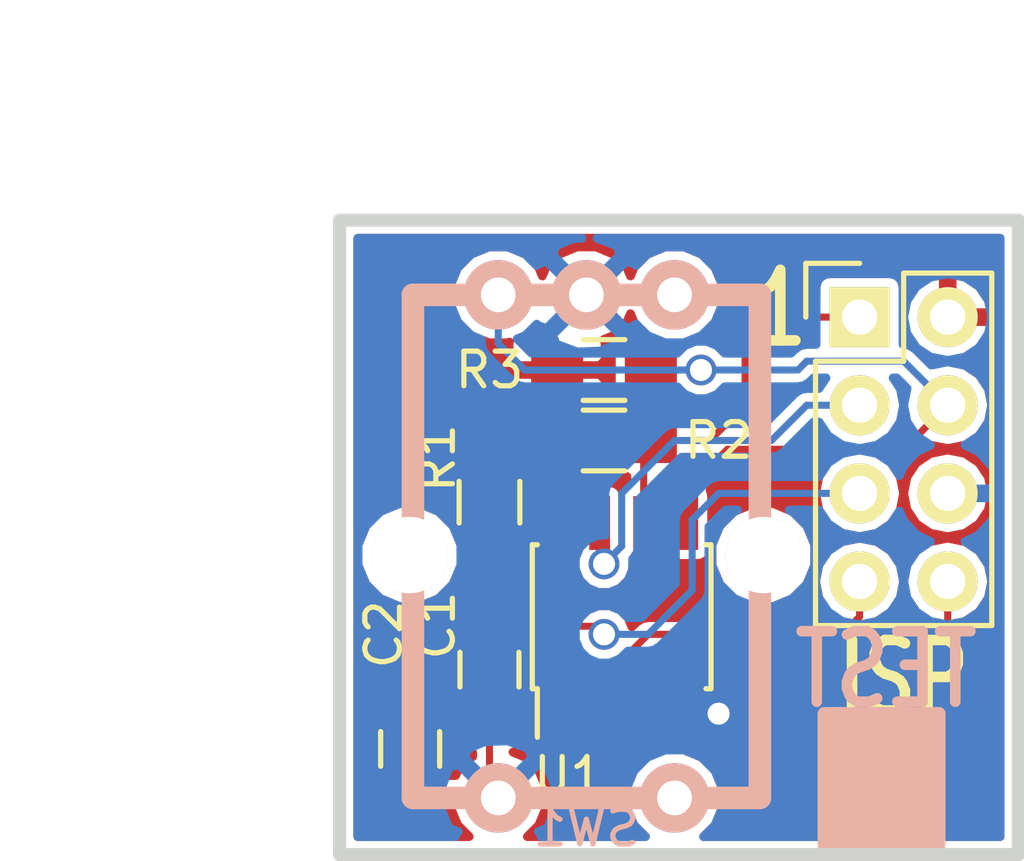
<source format=kicad_pcb>
(kicad_pcb (version 4) (host pcbnew 4.0.1-stable)

  (general
    (links 23)
    (no_connects 0)
    (area -8.926286 -5.7912 20.148334 19.281)
    (thickness 1.6002)
    (drawings 45)
    (tracks 66)
    (zones 0)
    (modules 8)
    (nets 9)
  )

  (page A)
  (title_block
    (date "28 mar 2015")
    (rev X1)
  )

  (layers
    (0 Front signal)
    (31 Back signal)
    (36 B.SilkS user)
    (37 F.SilkS user)
    (38 B.Mask user)
    (39 F.Mask user)
    (40 Dwgs.User user)
    (44 Edge.Cuts user)
  )

  (setup
    (last_trace_width 0.2032)
    (user_trace_width 0.254)
    (user_trace_width 0.635)
    (trace_clearance 0.254)
    (zone_clearance 0.2032)
    (zone_45_only no)
    (trace_min 0.2032)
    (segment_width 0.381)
    (edge_width 0.381)
    (via_size 0.889)
    (via_drill 0.635)
    (via_min_size 0.889)
    (via_min_drill 0.508)
    (uvia_size 0.508)
    (uvia_drill 0.127)
    (uvias_allowed no)
    (uvia_min_size 0.508)
    (uvia_min_drill 0.127)
    (pcb_text_width 0.3048)
    (pcb_text_size 1.524 2.032)
    (mod_edge_width 0.381)
    (mod_text_size 1.524 1.524)
    (mod_text_width 0.3048)
    (pad_size 6.35 6.35)
    (pad_drill 3.175)
    (pad_to_mask_clearance 0.1524)
    (aux_axis_origin 0 0)
    (visible_elements 7FFFFF7F)
    (pcbplotparams
      (layerselection 0x010f0_80000001)
      (usegerberextensions true)
      (excludeedgelayer true)
      (linewidth 0.150000)
      (plotframeref false)
      (viasonmask false)
      (mode 1)
      (useauxorigin false)
      (hpglpennumber 1)
      (hpglpenspeed 20)
      (hpglpendiameter 15)
      (hpglpenoverlay 0)
      (psnegative false)
      (psa4output false)
      (plotreference true)
      (plotvalue false)
      (plotinvisibletext false)
      (padsonsilk false)
      (subtractmaskfromsilk false)
      (outputformat 1)
      (mirror false)
      (drillshape 0)
      (scaleselection 1)
      (outputdirectory plots/))
  )

  (net 0 "")
  (net 1 /D0)
  (net 2 /D1)
  (net 3 /D2)
  (net 4 /RST*)
  (net 5 GND)
  (net 6 VCC)
  (net 7 /D3)
  (net 8 /D4)

  (net_class Default "This is the default net class."
    (clearance 0.254)
    (trace_width 0.2032)
    (via_dia 0.889)
    (via_drill 0.635)
    (uvia_dia 0.508)
    (uvia_drill 0.127)
    (add_net /D0)
    (add_net /D1)
    (add_net /D2)
    (add_net /D3)
    (add_net /D4)
    (add_net /RST*)
    (add_net GND)
    (add_net VCC)
  )

  (net_class POWER ""
    (clearance 0.254)
    (trace_width 0.635)
    (via_dia 0.889)
    (via_drill 0.635)
    (uvia_dia 0.508)
    (uvia_drill 0.127)
  )

  (module Capacitors_SMD:C_0805_HandSoldering (layer Front) (tedit 56BFDBCC) (tstamp 56BFE7FF)
    (at 4.318 12.954 270)
    (descr "Capacitor SMD 0805, hand soldering")
    (tags "capacitor 0805")
    (path /5030EFB9)
    (attr smd)
    (fp_text reference C1 (at -1.27 1.524 270) (layer F.SilkS)
      (effects (font (size 1 1) (thickness 0.15)))
    )
    (fp_text value 0.1uF (at 3.188 -0.046 270) (layer F.Fab) hide
      (effects (font (size 1 1) (thickness 0.15)))
    )
    (fp_line (start -2.3 -1) (end 2.3 -1) (layer F.CrtYd) (width 0.05))
    (fp_line (start -2.3 1) (end 2.3 1) (layer F.CrtYd) (width 0.05))
    (fp_line (start -2.3 -1) (end -2.3 1) (layer F.CrtYd) (width 0.05))
    (fp_line (start 2.3 -1) (end 2.3 1) (layer F.CrtYd) (width 0.05))
    (fp_line (start 0.5 -0.85) (end -0.5 -0.85) (layer F.SilkS) (width 0.15))
    (fp_line (start -0.5 0.85) (end 0.5 0.85) (layer F.SilkS) (width 0.15))
    (pad 1 smd rect (at -1.25 0 270) (size 1.5 1.25) (layers Front F.Mask)
      (net 4 /RST*))
    (pad 2 smd rect (at 1.25 0 270) (size 1.5 1.25) (layers Front F.Mask)
      (net 5 GND))
    (model Capacitors_SMD.3dshapes/C_0805_HandSoldering.wrl
      (at (xyz 0 0 0))
      (scale (xyz 1 1 1))
      (rotate (xyz 0 0 0))
    )
  )

  (module Resistors_SMD:R_0805_HandSoldering (layer Front) (tedit 56BFD916) (tstamp 56BFE80A)
    (at 4.318 8.128 270)
    (descr "Resistor SMD 0805, hand soldering")
    (tags "resistor 0805")
    (path /5030EFB3)
    (attr smd)
    (fp_text reference R1 (at -1.27 1.524 270) (layer F.SilkS)
      (effects (font (size 1 1) (thickness 0.15)))
    )
    (fp_text value 10K (at 0 2.1 270) (layer F.Fab) hide
      (effects (font (size 1 1) (thickness 0.15)))
    )
    (fp_line (start -2.4 -1) (end 2.4 -1) (layer F.CrtYd) (width 0.05))
    (fp_line (start -2.4 1) (end 2.4 1) (layer F.CrtYd) (width 0.05))
    (fp_line (start -2.4 -1) (end -2.4 1) (layer F.CrtYd) (width 0.05))
    (fp_line (start 2.4 -1) (end 2.4 1) (layer F.CrtYd) (width 0.05))
    (fp_line (start 0.6 0.875) (end -0.6 0.875) (layer F.SilkS) (width 0.15))
    (fp_line (start -0.6 -0.875) (end 0.6 -0.875) (layer F.SilkS) (width 0.15))
    (pad 1 smd rect (at -1.35 0 270) (size 1.5 1.3) (layers Front F.Mask)
      (net 6 VCC))
    (pad 2 smd rect (at 1.35 0 270) (size 1.5 1.3) (layers Front F.Mask)
      (net 4 /RST*))
    (model Resistors_SMD.3dshapes/R_0805_HandSoldering.wrl
      (at (xyz 0 0 0))
      (scale (xyz 1 1 1))
      (rotate (xyz 0 0 0))
    )
  )

  (module Resistors_SMD:R_0805_HandSoldering (layer Front) (tedit 56BFD905) (tstamp 56BFE820)
    (at 7.62 6.35)
    (descr "Resistor SMD 0805, hand soldering")
    (tags "resistor 0805")
    (path /56BFD513)
    (attr smd)
    (fp_text reference R2 (at 3.302 0) (layer F.SilkS)
      (effects (font (size 1 1) (thickness 0.15)))
    )
    (fp_text value 10K (at 0 2.1) (layer F.Fab) hide
      (effects (font (size 1 1) (thickness 0.15)))
    )
    (fp_line (start -2.4 -1) (end 2.4 -1) (layer F.CrtYd) (width 0.05))
    (fp_line (start -2.4 1) (end 2.4 1) (layer F.CrtYd) (width 0.05))
    (fp_line (start -2.4 -1) (end -2.4 1) (layer F.CrtYd) (width 0.05))
    (fp_line (start 2.4 -1) (end 2.4 1) (layer F.CrtYd) (width 0.05))
    (fp_line (start 0.6 0.875) (end -0.6 0.875) (layer F.SilkS) (width 0.15))
    (fp_line (start -0.6 -0.875) (end 0.6 -0.875) (layer F.SilkS) (width 0.15))
    (pad 1 smd rect (at -1.35 0) (size 1.5 1.3) (layers Front F.Mask)
      (net 6 VCC))
    (pad 2 smd rect (at 1.35 0) (size 1.5 1.3) (layers Front F.Mask)
      (net 2 /D1))
    (model Resistors_SMD.3dshapes/R_0805_HandSoldering.wrl
      (at (xyz 0 0 0))
      (scale (xyz 1 1 1))
      (rotate (xyz 0 0 0))
    )
  )

  (module Resistors_SMD:R_0805_HandSoldering (layer Front) (tedit 56BFD932) (tstamp 56BFE82C)
    (at 7.62 4.318)
    (descr "Resistor SMD 0805, hand soldering")
    (tags "resistor 0805")
    (path /56BFD4B7)
    (attr smd)
    (fp_text reference R3 (at -3.302 0) (layer F.SilkS)
      (effects (font (size 1 1) (thickness 0.15)))
    )
    (fp_text value 10K (at 0 2.1) (layer F.Fab) hide
      (effects (font (size 1 1) (thickness 0.15)))
    )
    (fp_line (start -2.4 -1) (end 2.4 -1) (layer F.CrtYd) (width 0.05))
    (fp_line (start -2.4 1) (end 2.4 1) (layer F.CrtYd) (width 0.05))
    (fp_line (start -2.4 -1) (end -2.4 1) (layer F.CrtYd) (width 0.05))
    (fp_line (start 2.4 -1) (end 2.4 1) (layer F.CrtYd) (width 0.05))
    (fp_line (start 0.6 0.875) (end -0.6 0.875) (layer F.SilkS) (width 0.15))
    (fp_line (start -0.6 -0.875) (end 0.6 -0.875) (layer F.SilkS) (width 0.15))
    (pad 1 smd rect (at -1.35 0) (size 1.5 1.3) (layers Front F.Mask)
      (net 6 VCC))
    (pad 2 smd rect (at 1.35 0) (size 1.5 1.3) (layers Front F.Mask)
      (net 1 /D0))
    (model Resistors_SMD.3dshapes/R_0805_HandSoldering.wrl
      (at (xyz 0 0 0))
      (scale (xyz 1 1 1))
      (rotate (xyz 0 0 0))
    )
  )

  (module DougsNewMods:ROT-ENC-12MM (layer Back) (tedit 56BFDDF4) (tstamp 56BFE83B)
    (at 7.112 9.652)
    (path /56BFD041)
    (fp_text reference SW1 (at 0 7.874) (layer B.SilkS)
      (effects (font (size 1 1) (thickness 0.15)) (justify mirror))
    )
    (fp_text value ROTARY-ENC (at 0 0.5) (layer B.SilkS) hide
      (effects (font (size 1 1) (thickness 0.15)) (justify mirror))
    )
    (fp_line (start -5 7) (end -5 -7.5) (layer B.SilkS) (width 0.65))
    (fp_line (start -5 -7.5) (end 5 -7.5) (layer B.SilkS) (width 0.65))
    (fp_line (start 5 -7.5) (end 5 7) (layer B.SilkS) (width 0.65))
    (fp_line (start -5 7) (end 5 7) (layer B.SilkS) (width 0.65))
    (pad A thru_hole circle (at -2.54 -7.5) (size 2 2) (drill 1) (layers *.Cu *.Mask B.SilkS)
      (net 1 /D0))
    (pad C thru_hole circle (at 0 -7.5) (size 2 2) (drill 1) (layers *.Cu *.Mask B.SilkS)
      (net 5 GND))
    (pad B thru_hole circle (at 2.54 -7.5) (size 2 2) (drill 1) (layers *.Cu *.Mask B.SilkS)
      (net 2 /D1))
    (pad S1 thru_hole circle (at 2.54 7) (size 2 2) (drill 1) (layers *.Cu *.Mask B.SilkS)
      (net 4 /RST*))
    (pad S2 thru_hole circle (at -2.54 7) (size 2 2) (drill 1) (layers *.Cu *.Mask B.SilkS)
      (net 5 GND))
    (pad "" np_thru_hole circle (at -5.1 0) (size 2.2 2.2) (drill 2.2) (layers *.Cu *.Mask B.SilkS))
    (pad "" np_thru_hole circle (at 5.1 0) (size 2.2 2.2) (drill 2.2) (layers *.Cu *.Mask B.SilkS))
  )

  (module Housings_SOIC:SOIC-8_3.9x4.9mm_Pitch1.27mm (layer Front) (tedit 56BFD403) (tstamp 56BFE83C)
    (at 8.128 11.43 90)
    (descr "8-Lead Plastic Small Outline (SN) - Narrow, 3.90 mm Body [SOIC] (see Microchip Packaging Specification 00000049BS.pdf)")
    (tags "SOIC 1.27")
    (path /5030EBB2)
    (attr smd)
    (fp_text reference U1 (at -4.572 -1.524 180) (layer F.SilkS)
      (effects (font (size 1 1) (thickness 0.15)))
    )
    (fp_text value ATTINY85 (at 0 3.5 90) (layer F.Fab) hide
      (effects (font (size 1 1) (thickness 0.15)))
    )
    (fp_line (start -3.75 -2.75) (end -3.75 2.75) (layer F.CrtYd) (width 0.05))
    (fp_line (start 3.75 -2.75) (end 3.75 2.75) (layer F.CrtYd) (width 0.05))
    (fp_line (start -3.75 -2.75) (end 3.75 -2.75) (layer F.CrtYd) (width 0.05))
    (fp_line (start -3.75 2.75) (end 3.75 2.75) (layer F.CrtYd) (width 0.05))
    (fp_line (start -2.075 -2.575) (end -2.075 -2.43) (layer F.SilkS) (width 0.15))
    (fp_line (start 2.075 -2.575) (end 2.075 -2.43) (layer F.SilkS) (width 0.15))
    (fp_line (start 2.075 2.575) (end 2.075 2.43) (layer F.SilkS) (width 0.15))
    (fp_line (start -2.075 2.575) (end -2.075 2.43) (layer F.SilkS) (width 0.15))
    (fp_line (start -2.075 -2.575) (end 2.075 -2.575) (layer F.SilkS) (width 0.15))
    (fp_line (start -2.075 2.575) (end 2.075 2.575) (layer F.SilkS) (width 0.15))
    (fp_line (start -2.075 -2.43) (end -3.475 -2.43) (layer F.SilkS) (width 0.15))
    (pad 1 smd rect (at -2.7 -1.905 90) (size 1.55 0.6) (layers Front F.Mask)
      (net 4 /RST*))
    (pad 2 smd rect (at -2.7 -0.635 90) (size 1.55 0.6) (layers Front F.Mask)
      (net 7 /D3))
    (pad 3 smd rect (at -2.7 0.635 90) (size 1.55 0.6) (layers Front F.Mask)
      (net 8 /D4))
    (pad 4 smd rect (at -2.7 1.905 90) (size 1.55 0.6) (layers Front F.Mask)
      (net 5 GND))
    (pad 5 smd rect (at 2.7 1.905 90) (size 1.55 0.6) (layers Front F.Mask)
      (net 1 /D0))
    (pad 6 smd rect (at 2.7 0.635 90) (size 1.55 0.6) (layers Front F.Mask)
      (net 2 /D1))
    (pad 7 smd rect (at 2.7 -0.635 90) (size 1.55 0.6) (layers Front F.Mask)
      (net 3 /D2))
    (pad 8 smd rect (at 2.7 -1.905 90) (size 1.55 0.6) (layers Front F.Mask)
      (net 6 VCC))
    (model Housings_SOIC.3dshapes/SOIC-8_3.9x4.9mm_Pitch1.27mm.wrl
      (at (xyz 0 0 0))
      (scale (xyz 1 1 1))
      (rotate (xyz 0 0 0))
    )
  )

  (module Pin_Headers:Pin_Header_Straight_2x04 (layer Front) (tedit 56BFD8E7) (tstamp 56BFF0A2)
    (at 14.986 2.794)
    (descr "Through hole pin header")
    (tags "pin header")
    (path /56BFE0F3)
    (fp_text reference H2 (at 0 -5.1) (layer F.SilkS) hide
      (effects (font (size 1 1) (thickness 0.15)))
    )
    (fp_text value CONN_02X04 (at 0 -3.1) (layer F.Fab) hide
      (effects (font (size 1 1) (thickness 0.15)))
    )
    (fp_line (start -1.75 -1.75) (end -1.75 9.4) (layer F.CrtYd) (width 0.05))
    (fp_line (start 4.3 -1.75) (end 4.3 9.4) (layer F.CrtYd) (width 0.05))
    (fp_line (start -1.75 -1.75) (end 4.3 -1.75) (layer F.CrtYd) (width 0.05))
    (fp_line (start -1.75 9.4) (end 4.3 9.4) (layer F.CrtYd) (width 0.05))
    (fp_line (start -1.27 1.27) (end -1.27 8.89) (layer F.SilkS) (width 0.15))
    (fp_line (start -1.27 8.89) (end 3.81 8.89) (layer F.SilkS) (width 0.15))
    (fp_line (start 3.81 8.89) (end 3.81 -1.27) (layer F.SilkS) (width 0.15))
    (fp_line (start 3.81 -1.27) (end 1.27 -1.27) (layer F.SilkS) (width 0.15))
    (fp_line (start 0 -1.55) (end -1.55 -1.55) (layer F.SilkS) (width 0.15))
    (fp_line (start 1.27 -1.27) (end 1.27 1.27) (layer F.SilkS) (width 0.15))
    (fp_line (start 1.27 1.27) (end -1.27 1.27) (layer F.SilkS) (width 0.15))
    (fp_line (start -1.55 -1.55) (end -1.55 0) (layer F.SilkS) (width 0.15))
    (pad 1 thru_hole rect (at 0 0) (size 1.7272 1.7272) (drill 1.016) (layers *.Cu *.Mask F.SilkS)
      (net 2 /D1))
    (pad 2 thru_hole oval (at 2.54 0) (size 1.7272 1.7272) (drill 1.016) (layers *.Cu *.Mask F.SilkS)
      (net 6 VCC))
    (pad 3 thru_hole oval (at 0 2.54) (size 1.7272 1.7272) (drill 1.016) (layers *.Cu *.Mask F.SilkS)
      (net 3 /D2))
    (pad 4 thru_hole oval (at 2.54 2.54) (size 1.7272 1.7272) (drill 1.016) (layers *.Cu *.Mask F.SilkS)
      (net 1 /D0))
    (pad 5 thru_hole oval (at 0 5.08) (size 1.7272 1.7272) (drill 1.016) (layers *.Cu *.Mask F.SilkS)
      (net 4 /RST*))
    (pad 6 thru_hole oval (at 2.54 5.08) (size 1.7272 1.7272) (drill 1.016) (layers *.Cu *.Mask F.SilkS)
      (net 5 GND))
    (pad 7 thru_hole oval (at 0 7.62) (size 1.7272 1.7272) (drill 1.016) (layers *.Cu *.Mask F.SilkS)
      (net 7 /D3))
    (pad 8 thru_hole oval (at 2.54 7.62) (size 1.7272 1.7272) (drill 1.016) (layers *.Cu *.Mask F.SilkS)
      (net 8 /D4))
    (model Pin_Headers.3dshapes/Pin_Header_Straight_2x04.wrl
      (at (xyz 0.05 -0.15 0))
      (scale (xyz 1 1 1))
      (rotate (xyz 0 0 90))
    )
  )

  (module Capacitors_SMD:C_0805_HandSoldering (layer Front) (tedit 56BFDBF8) (tstamp 56BFF193)
    (at 2.032 15.24 270)
    (descr "Capacitor SMD 0805, hand soldering")
    (tags "capacitor 0805")
    (path /56BFE626)
    (attr smd)
    (fp_text reference C2 (at -3.302 0.762 270) (layer F.SilkS)
      (effects (font (size 1 1) (thickness 0.15)))
    )
    (fp_text value 0.1uF (at 0 2.1 270) (layer F.Fab) hide
      (effects (font (size 1 1) (thickness 0.15)))
    )
    (fp_line (start -2.3 -1) (end 2.3 -1) (layer F.CrtYd) (width 0.05))
    (fp_line (start -2.3 1) (end 2.3 1) (layer F.CrtYd) (width 0.05))
    (fp_line (start -2.3 -1) (end -2.3 1) (layer F.CrtYd) (width 0.05))
    (fp_line (start 2.3 -1) (end 2.3 1) (layer F.CrtYd) (width 0.05))
    (fp_line (start 0.5 -0.85) (end -0.5 -0.85) (layer F.SilkS) (width 0.15))
    (fp_line (start -0.5 0.85) (end 0.5 0.85) (layer F.SilkS) (width 0.15))
    (pad 1 smd rect (at -1.25 0 270) (size 1.5 1.25) (layers Front F.Mask)
      (net 6 VCC))
    (pad 2 smd rect (at 1.25 0 270) (size 1.5 1.25) (layers Front F.Mask)
      (net 5 GND))
    (model Capacitors_SMD.3dshapes/C_0805_HandSoldering.wrl
      (at (xyz 0 0 0))
      (scale (xyz 1 1 1))
      (rotate (xyz 0 0 0))
    )
  )

  (dimension 19.558 (width 0.3048) (layer Dwgs.User)
    (gr_text "0.7700 in" (at 9.779 -3.9116) (layer Dwgs.User)
      (effects (font (size 2.032 1.524) (thickness 0.3048)))
    )
    (feature1 (pts (xy 19.558 0) (xy 19.558 -5.5372)))
    (feature2 (pts (xy 0 0) (xy 0 -5.5372)))
    (crossbar (pts (xy 0 -2.286) (xy 19.558 -2.286)))
    (arrow1a (pts (xy 19.558 -2.286) (xy 18.431496 -1.699579)))
    (arrow1b (pts (xy 19.558 -2.286) (xy 18.431496 -2.872421)))
    (arrow2a (pts (xy 0 -2.286) (xy 1.126504 -1.699579)))
    (arrow2b (pts (xy 0 -2.286) (xy 1.126504 -2.872421)))
  )
  (gr_line (start 19.558 18.288) (end 0 18.288) (angle 90) (layer Edge.Cuts) (width 0.381))
  (gr_line (start 0 0) (end 19.558 0) (angle 90) (layer Edge.Cuts) (width 0.381))
  (dimension 18.288 (width 0.3048) (layer Dwgs.User)
    (gr_text "0.7200 in" (at -3.1496 9.144 270) (layer Dwgs.User)
      (effects (font (size 2.032 1.524) (thickness 0.3048)))
    )
    (feature1 (pts (xy 0 18.288) (xy -4.7752 18.288)))
    (feature2 (pts (xy 0 0) (xy -4.7752 0)))
    (crossbar (pts (xy -1.524 0) (xy -1.524 18.288)))
    (arrow1a (pts (xy -1.524 18.288) (xy -2.110421 17.161496)))
    (arrow1b (pts (xy -1.524 18.288) (xy -0.937579 17.161496)))
    (arrow2a (pts (xy -1.524 0) (xy -2.110421 1.126504)))
    (arrow2b (pts (xy -1.524 0) (xy -0.937579 1.126504)))
  )
  (gr_line (start 0 18.288) (end 0 0) (angle 90) (layer Edge.Cuts) (width 0.381))
  (gr_line (start 19.558 0) (end 19.558 18.288) (angle 90) (layer Edge.Cuts) (width 0.381))
  (gr_text 1 (at 12.7 2.54) (layer F.SilkS)
    (effects (font (size 2.032 1.524) (thickness 0.3048)))
  )
  (gr_text TEST (at 15.748 12.954) (layer B.SilkS)
    (effects (font (size 2.032 1.524) (thickness 0.3048)) (justify mirror))
  )
  (gr_line (start 16.764 17.78) (end 16.764 16.51) (angle 90) (layer B.SilkS) (width 0.381))
  (gr_line (start 16.764 14.478) (end 16.764 17.78) (angle 90) (layer B.SilkS) (width 0.381))
  (gr_line (start 16.51 14.478) (end 16.764 14.478) (angle 90) (layer B.SilkS) (width 0.381))
  (gr_line (start 16.51 18.034) (end 16.51 14.478) (angle 90) (layer B.SilkS) (width 0.381))
  (gr_line (start 17.018 18.034) (end 16.51 18.034) (angle 90) (layer B.SilkS) (width 0.381))
  (gr_line (start 17.018 14.478) (end 17.018 18.034) (angle 90) (layer B.SilkS) (width 0.381))
  (gr_line (start 16.51 14.478) (end 17.018 14.478) (angle 90) (layer B.SilkS) (width 0.381))
  (gr_line (start 16.51 18.034) (end 16.51 14.478) (angle 90) (layer B.SilkS) (width 0.381))
  (gr_line (start 16.256 18.034) (end 16.51 18.034) (angle 90) (layer B.SilkS) (width 0.381))
  (gr_line (start 16.256 17.78) (end 16.256 18.034) (angle 90) (layer B.SilkS) (width 0.381))
  (gr_line (start 16.256 14.224) (end 16.256 17.78) (angle 90) (layer B.SilkS) (width 0.381))
  (gr_line (start 16.002 14.224) (end 16.256 14.224) (angle 90) (layer B.SilkS) (width 0.381))
  (gr_line (start 16.002 18.034) (end 16.002 14.224) (angle 90) (layer B.SilkS) (width 0.381))
  (gr_line (start 15.748 18.034) (end 16.002 18.034) (angle 90) (layer B.SilkS) (width 0.381))
  (gr_line (start 15.748 14.224) (end 15.748 18.034) (angle 90) (layer B.SilkS) (width 0.381))
  (gr_line (start 16.002 14.224) (end 15.748 14.224) (angle 90) (layer B.SilkS) (width 0.381))
  (gr_line (start 15.494 14.224) (end 16.002 14.224) (angle 90) (layer B.SilkS) (width 0.381))
  (gr_line (start 15.494 18.034) (end 15.494 14.224) (angle 90) (layer B.SilkS) (width 0.381))
  (gr_line (start 15.24 18.034) (end 15.494 18.034) (angle 90) (layer B.SilkS) (width 0.381))
  (gr_line (start 15.24 14.478) (end 15.24 18.034) (angle 90) (layer B.SilkS) (width 0.381))
  (gr_line (start 14.986 14.478) (end 15.24 14.478) (angle 90) (layer B.SilkS) (width 0.381))
  (gr_line (start 14.986 18.034) (end 14.986 14.478) (angle 90) (layer B.SilkS) (width 0.381))
  (gr_line (start 14.732 18.034) (end 14.986 18.034) (angle 90) (layer B.SilkS) (width 0.381))
  (gr_line (start 14.732 14.224) (end 14.732 18.034) (angle 90) (layer B.SilkS) (width 0.381))
  (gr_line (start 13.97 18.034) (end 13.97 14.986) (angle 90) (layer B.SilkS) (width 0.381))
  (gr_line (start 17.272 18.034) (end 13.97 18.034) (angle 90) (layer B.SilkS) (width 0.381))
  (gr_line (start 17.272 14.224) (end 17.272 18.034) (angle 90) (layer B.SilkS) (width 0.381))
  (gr_line (start 13.97 14.224) (end 17.272 14.224) (angle 90) (layer B.SilkS) (width 0.381))
  (gr_line (start 13.97 17.78) (end 13.97 14.224) (angle 90) (layer B.SilkS) (width 0.381))
  (gr_line (start 14.478 17.78) (end 13.97 17.78) (angle 90) (layer B.SilkS) (width 0.381))
  (gr_line (start 14.478 14.224) (end 14.478 17.78) (angle 90) (layer B.SilkS) (width 0.381))
  (gr_line (start 14.224 14.224) (end 14.478 14.224) (angle 90) (layer B.SilkS) (width 0.381))
  (gr_line (start 14.224 17.78) (end 14.224 14.224) (angle 90) (layer B.SilkS) (width 0.381))
  (gr_line (start 13.97 17.78) (end 14.224 17.78) (angle 90) (layer B.SilkS) (width 0.381))
  (gr_line (start 13.97 14.224) (end 13.97 17.78) (angle 90) (layer B.SilkS) (width 0.381))
  (gr_text X1 (at 15.748 16.51) (layer F.SilkS)
    (effects (font (size 2.032 1.524) (thickness 0.3048)))
  )
  (gr_text ISP (at 16.256 13.208) (layer F.SilkS)
    (effects (font (size 2.032 1.524) (thickness 0.3048)))
  )

  (segment (start 10.414 4.318) (end 5.334 4.318) (width 0.2032) (layer Back) (net 1))
  (segment (start 4.572 3.556) (end 4.572 2.152) (width 0.2032) (layer Back) (net 1) (tstamp 56BFEACD))
  (segment (start 5.334 4.318) (end 4.572 3.556) (width 0.2032) (layer Back) (net 1) (tstamp 56BFEACC))
  (segment (start 10.033 8.73) (end 10.033 7.747) (width 0.2032) (layer Front) (net 1))
  (segment (start 16.256 6.604) (end 17.526 5.334) (width 0.2032) (layer Front) (net 1) (tstamp 56BFEAC2))
  (segment (start 11.176 6.604) (end 16.256 6.604) (width 0.2032) (layer Front) (net 1) (tstamp 56BFEAC0))
  (segment (start 10.033 7.747) (end 11.176 6.604) (width 0.2032) (layer Front) (net 1) (tstamp 56BFEABE))
  (segment (start 8.97 4.318) (end 10.414 4.318) (width 0.2032) (layer Front) (net 1))
  (segment (start 16.256 4.064) (end 17.526 5.334) (width 0.2032) (layer Back) (net 1) (tstamp 56BFEAB3))
  (segment (start 13.462 4.064) (end 16.256 4.064) (width 0.2032) (layer Back) (net 1) (tstamp 56BFEAB2))
  (segment (start 13.208 4.318) (end 13.462 4.064) (width 0.2032) (layer Back) (net 1) (tstamp 56BFEAB1))
  (segment (start 10.414 4.318) (end 13.208 4.318) (width 0.2032) (layer Back) (net 1) (tstamp 56BFEAB0))
  (via (at 10.414 4.318) (size 0.889) (drill 0.635) (layers Front Back) (net 1))
  (segment (start 8.97 6.35) (end 10.668 6.35) (width 0.2032) (layer Front) (net 2))
  (segment (start 11.296 2.152) (end 9.652 2.152) (width 0.2032) (layer Front) (net 2) (tstamp 56BFEAAC))
  (segment (start 11.684 2.54) (end 11.296 2.152) (width 0.2032) (layer Front) (net 2) (tstamp 56BFEAAB))
  (segment (start 14.986 2.794) (end 12.446 2.794) (width 0.2032) (layer Front) (net 2))
  (segment (start 12.446 2.794) (end 11.804 2.152) (width 0.2032) (layer Front) (net 2) (tstamp 56BFEAA5))
  (segment (start 11.804 2.152) (end 9.652 2.152) (width 0.2032) (layer Front) (net 2) (tstamp 56BFEAA6))
  (segment (start 8.763 8.73) (end 8.763 6.557) (width 0.2032) (layer Front) (net 2))
  (segment (start 8.763 6.557) (end 8.97 6.35) (width 0.2032) (layer Front) (net 2) (tstamp 56BFEAA3))
  (segment (start 11.684 5.334) (end 11.684 2.54) (width 0.2032) (layer Front) (net 2) (tstamp 56BFEAA9))
  (segment (start 10.668 6.35) (end 11.684 5.334) (width 0.2032) (layer Front) (net 2) (tstamp 56BFEAA8))
  (segment (start 14.986 5.334) (end 13.462 5.334) (width 0.2032) (layer Back) (net 3))
  (segment (start 9.652 6.35) (end 8.128 7.874) (width 0.2032) (layer Back) (net 3) (tstamp 56BFF180))
  (segment (start 12.446 6.35) (end 9.652 6.35) (width 0.2032) (layer Back) (net 3) (tstamp 56BFF17E))
  (segment (start 13.462 5.334) (end 12.446 6.35) (width 0.2032) (layer Back) (net 3) (tstamp 56BFF17D))
  (segment (start 7.493 8.73) (end 7.493 9.779) (width 0.2032) (layer Front) (net 3))
  (segment (start 8.128 9.398) (end 8.128 7.874) (width 0.2032) (layer Back) (net 3) (tstamp 56BFEAB9))
  (segment (start 7.62 9.906) (end 8.128 9.398) (width 0.2032) (layer Back) (net 3) (tstamp 56BFEAB8))
  (via (at 7.62 9.906) (size 0.889) (drill 0.635) (layers Front Back) (net 3))
  (segment (start 7.493 9.779) (end 7.62 9.906) (width 0.2032) (layer Front) (net 3) (tstamp 56BFEAB6))
  (segment (start 7.62 11.938) (end 8.89 11.938) (width 0.2032) (layer Back) (net 4))
  (segment (start 10.16 10.668) (end 10.16 8.636) (width 0.2032) (layer Back) (net 4) (tstamp 56BFF0F6))
  (segment (start 8.89 11.938) (end 10.16 10.668) (width 0.2032) (layer Back) (net 4) (tstamp 56BFF0F5))
  (segment (start 4.318 11.704) (end 7.386 11.704) (width 0.2032) (layer Front) (net 4))
  (via (at 7.62 11.938) (size 0.889) (drill 0.635) (layers Front Back) (net 4))
  (segment (start 7.386 11.704) (end 7.62 11.938) (width 0.2032) (layer Front) (net 4) (tstamp 56BFF0ED))
  (segment (start 10.922 7.874) (end 14.986 7.874) (width 0.2032) (layer Back) (net 4) (tstamp 56BFF0D6))
  (segment (start 10.16 8.636) (end 10.922 7.874) (width 0.2032) (layer Back) (net 4) (tstamp 56BFF0F9))
  (segment (start 4.318 9.478) (end 4.318 11.704) (width 0.2032) (layer Front) (net 4))
  (segment (start 6.223 14.13) (end 6.223 12.573) (width 0.2032) (layer Front) (net 4))
  (segment (start 5.354 11.704) (end 4.318 11.704) (width 0.2032) (layer Front) (net 4) (tstamp 56BFEA9D))
  (segment (start 9.652 16.652) (end 7.254 16.652) (width 0.2032) (layer Front) (net 4))
  (segment (start 6.223 15.621) (end 6.223 14.13) (width 0.2032) (layer Front) (net 4) (tstamp 56BFEA99))
  (segment (start 7.254 16.652) (end 6.223 15.621) (width 0.2032) (layer Front) (net 4) (tstamp 56BFEA97))
  (segment (start 6.223 12.573) (end 6.096 12.446) (width 0.2032) (layer Front) (net 4) (tstamp 56BFEA9C))
  (segment (start 6.096 12.446) (end 5.354 11.704) (width 0.2032) (layer Front) (net 4) (tstamp 56BFEACA))
  (segment (start 2.032 16.49) (end 4.41 16.49) (width 0.2032) (layer Front) (net 5))
  (segment (start 4.41 16.49) (end 4.572 16.652) (width 0.2032) (layer Front) (net 5) (tstamp 56BFF20D))
  (segment (start 10.033 14.13) (end 10.828 14.13) (width 0.2032) (layer Front) (net 5))
  (via (at 10.922 14.224) (size 0.889) (drill 0.635) (layers Front Back) (net 5))
  (segment (start 10.828 14.13) (end 10.922 14.224) (width 0.2032) (layer Front) (net 5) (tstamp 56BFEACF))
  (segment (start 4.318 14.204) (end 4.318 16.398) (width 0.2032) (layer Front) (net 5))
  (segment (start 4.318 16.398) (end 4.572 16.652) (width 0.2032) (layer Front) (net 5) (tstamp 56BFEA95))
  (segment (start 7.493 14.13) (end 7.493 13.335) (width 0.2032) (layer Front) (net 7))
  (segment (start 14.986 11.43) (end 14.986 10.414) (width 0.2032) (layer Front) (net 7) (tstamp 56BFF0EB))
  (segment (start 14.478 11.938) (end 14.986 11.43) (width 0.2032) (layer Front) (net 7) (tstamp 56BFF0EA))
  (segment (start 8.89 11.938) (end 14.478 11.938) (width 0.2032) (layer Front) (net 7) (tstamp 56BFF0E8))
  (segment (start 7.493 13.335) (end 8.89 11.938) (width 0.2032) (layer Front) (net 7) (tstamp 56BFF0E7))
  (segment (start 9.652 12.446) (end 16.764 12.446) (width 0.2032) (layer Front) (net 8))
  (segment (start 8.763 13.335) (end 9.652 12.446) (width 0.2032) (layer Front) (net 8) (tstamp 56BFF0E1))
  (segment (start 8.763 14.13) (end 8.763 13.335) (width 0.2032) (layer Front) (net 8))
  (segment (start 17.526 11.684) (end 17.526 10.414) (width 0.2032) (layer Front) (net 8) (tstamp 56BFF109))
  (segment (start 16.764 12.446) (end 17.526 11.684) (width 0.2032) (layer Front) (net 8) (tstamp 56BFF108))
  (segment (start 17.526 11.176) (end 17.526 10.414) (width 0.2032) (layer Front) (net 8) (tstamp 56BFF0E5))

  (zone (net 6) (net_name VCC) (layer Front) (tstamp 56BFEA91) (hatch edge 0.508)
    (connect_pads (clearance 0.2032))
    (min_thickness 0.254)
    (fill yes (arc_segments 16) (thermal_gap 0.508) (thermal_bridge_width 0.508))
    (polygon
      (pts
        (xy 0 0) (xy 19.558 0) (xy 19.558 18.288) (xy 0 18.288)
      )
    )
    (filled_polygon
      (pts
        (xy 19.0373 17.7673) (xy 10.489486 17.7673) (xy 10.822072 17.435295) (xy 11.032759 16.927903) (xy 11.033239 16.378507)
        (xy 10.823437 15.870749) (xy 10.435295 15.481928) (xy 9.981422 15.293464) (xy 10.333 15.293464) (xy 10.47419 15.266897)
        (xy 10.603865 15.183454) (xy 10.690859 15.056134) (xy 10.697261 15.024519) (xy 10.757077 15.049357) (xy 11.085482 15.049643)
        (xy 11.388998 14.924233) (xy 11.621417 14.692219) (xy 11.747357 14.388923) (xy 11.747643 14.060518) (xy 11.622233 13.757002)
        (xy 11.390219 13.524583) (xy 11.086923 13.398643) (xy 10.758518 13.398357) (xy 10.721464 13.413667) (xy 10.721464 13.355)
        (xy 10.694897 13.21381) (xy 10.611454 13.084135) (xy 10.484134 12.997141) (xy 10.333 12.966536) (xy 9.813964 12.966536)
        (xy 9.8519 12.9286) (xy 16.764 12.9286) (xy 16.948683 12.891864) (xy 17.10525 12.78725) (xy 17.86725 12.02525)
        (xy 17.971864 11.868683) (xy 18.008601 11.684) (xy 18.0086 11.683995) (xy 18.0086 11.567455) (xy 18.026671 11.56386)
        (xy 18.430448 11.294065) (xy 18.700243 10.890288) (xy 18.794983 10.414) (xy 18.700243 9.937712) (xy 18.430448 9.533935)
        (xy 18.026671 9.26414) (xy 17.550383 9.1694) (xy 17.501617 9.1694) (xy 17.025329 9.26414) (xy 16.621552 9.533935)
        (xy 16.351757 9.937712) (xy 16.257017 10.414) (xy 16.351757 10.890288) (xy 16.621552 11.294065) (xy 16.988349 11.539151)
        (xy 16.5641 11.9634) (xy 15.135099 11.9634) (xy 15.327247 11.771252) (xy 15.32725 11.77125) (xy 15.431864 11.614683)
        (xy 15.440132 11.573117) (xy 15.486671 11.56386) (xy 15.890448 11.294065) (xy 16.160243 10.890288) (xy 16.254983 10.414)
        (xy 16.160243 9.937712) (xy 15.890448 9.533935) (xy 15.486671 9.26414) (xy 15.010383 9.1694) (xy 14.961617 9.1694)
        (xy 14.485329 9.26414) (xy 14.081552 9.533935) (xy 13.811757 9.937712) (xy 13.717017 10.414) (xy 13.811757 10.890288)
        (xy 14.081552 11.294065) (xy 14.296087 11.437413) (xy 14.2781 11.4554) (xy 8.89 11.4554) (xy 8.705317 11.492136)
        (xy 8.54875 11.59675) (xy 8.548748 11.596753) (xy 8.423814 11.721687) (xy 8.320233 11.471002) (xy 8.088219 11.238583)
        (xy 7.784923 11.112643) (xy 7.456518 11.112357) (xy 7.192613 11.2214) (xy 5.331464 11.2214) (xy 5.331464 10.954)
        (xy 5.304897 10.81281) (xy 5.221454 10.683135) (xy 5.094134 10.596141) (xy 5.085403 10.594373) (xy 5.10919 10.589897)
        (xy 5.238865 10.506454) (xy 5.325859 10.379134) (xy 5.356464 10.228) (xy 5.356464 9.796596) (xy 5.384673 9.864698)
        (xy 5.563301 10.043327) (xy 5.79669 10.14) (xy 5.93725 10.14) (xy 6.096 9.98125) (xy 6.096 8.857)
        (xy 6.076 8.857) (xy 6.076 8.603) (xy 6.096 8.603) (xy 6.096 7.52325) (xy 6.143 7.47625)
        (xy 6.143 6.477) (xy 6.123 6.477) (xy 6.123 6.223) (xy 6.143 6.223) (xy 6.143 4.445)
        (xy 6.397 4.445) (xy 6.397 6.223) (xy 7.49625 6.223) (xy 7.655 6.06425) (xy 7.655 5.57369)
        (xy 7.558327 5.340301) (xy 7.552026 5.334) (xy 7.558327 5.327699) (xy 7.655 5.09431) (xy 7.655 4.60375)
        (xy 7.49625 4.445) (xy 6.397 4.445) (xy 6.143 4.445) (xy 5.04375 4.445) (xy 4.885 4.60375)
        (xy 4.885 5.09431) (xy 4.981673 5.327699) (xy 4.987974 5.334) (xy 4.981673 5.340301) (xy 4.959844 5.393)
        (xy 4.60375 5.393) (xy 4.445 5.55175) (xy 4.445 6.651) (xy 4.465 6.651) (xy 4.465 6.905)
        (xy 4.445 6.905) (xy 4.445 8.00425) (xy 4.60375 8.163) (xy 5.09431 8.163) (xy 5.288 8.082771)
        (xy 5.288 8.44425) (xy 5.446748 8.602998) (xy 5.332943 8.602998) (xy 5.329897 8.58681) (xy 5.246454 8.457135)
        (xy 5.119134 8.370141) (xy 4.968 8.339536) (xy 3.668 8.339536) (xy 3.52681 8.366103) (xy 3.397135 8.449546)
        (xy 3.310141 8.576866) (xy 3.279536 8.728) (xy 3.279536 8.84146) (xy 3.268263 8.814177) (xy 2.852015 8.397201)
        (xy 2.307882 8.171257) (xy 1.718703 8.170743) (xy 1.174177 8.395737) (xy 0.757201 8.811985) (xy 0.531257 9.356118)
        (xy 0.530743 9.945297) (xy 0.755737 10.489823) (xy 1.171985 10.906799) (xy 1.716118 11.132743) (xy 2.305297 11.133257)
        (xy 2.849823 10.908263) (xy 3.266799 10.492015) (xy 3.313213 10.380239) (xy 3.389546 10.498865) (xy 3.516866 10.585859)
        (xy 3.550826 10.592736) (xy 3.422135 10.675546) (xy 3.335141 10.802866) (xy 3.304536 10.954) (xy 3.304536 12.454)
        (xy 3.331103 12.59519) (xy 3.414546 12.724865) (xy 3.541866 12.811859) (xy 3.693 12.842464) (xy 4.943 12.842464)
        (xy 5.08419 12.815897) (xy 5.213865 12.732454) (xy 5.300859 12.605134) (xy 5.331464 12.454) (xy 5.331464 12.363964)
        (xy 5.7404 12.772899) (xy 5.7404 13.019749) (xy 5.652135 13.076546) (xy 5.565141 13.203866) (xy 5.534536 13.355)
        (xy 5.534536 14.905) (xy 5.561103 15.04619) (xy 5.644546 15.175865) (xy 5.7404 15.241359) (xy 5.7404 15.621)
        (xy 5.777136 15.805683) (xy 5.88175 15.96225) (xy 6.91275 16.99325) (xy 7.069317 17.097864) (xy 7.254 17.1346)
        (xy 8.357163 17.1346) (xy 8.480563 17.433251) (xy 8.814029 17.7673) (xy 5.409486 17.7673) (xy 5.742072 17.435295)
        (xy 5.952759 16.927903) (xy 5.953239 16.378507) (xy 5.743437 15.870749) (xy 5.355295 15.481928) (xy 4.995594 15.332568)
        (xy 5.08419 15.315897) (xy 5.213865 15.232454) (xy 5.300859 15.105134) (xy 5.331464 14.954) (xy 5.331464 13.454)
        (xy 5.304897 13.31281) (xy 5.221454 13.183135) (xy 5.094134 13.096141) (xy 4.943 13.065536) (xy 3.693 13.065536)
        (xy 3.55181 13.092103) (xy 3.422135 13.175546) (xy 3.335141 13.302866) (xy 3.304536 13.454) (xy 3.304536 14.954)
        (xy 3.331103 15.09519) (xy 3.414546 15.224865) (xy 3.541866 15.311859) (xy 3.693 15.342464) (xy 3.8354 15.342464)
        (xy 3.8354 15.462114) (xy 3.790749 15.480563) (xy 3.401928 15.868705) (xy 3.344337 16.0074) (xy 3.045464 16.0074)
        (xy 3.045464 15.74) (xy 3.018897 15.59881) (xy 2.935454 15.469135) (xy 2.808134 15.382141) (xy 2.77287 15.375)
        (xy 2.78331 15.375) (xy 3.016699 15.278327) (xy 3.195327 15.099698) (xy 3.292 14.866309) (xy 3.292 14.27575)
        (xy 3.13325 14.117) (xy 2.159 14.117) (xy 2.159 14.137) (xy 1.905 14.137) (xy 1.905 14.117)
        (xy 0.93075 14.117) (xy 0.772 14.27575) (xy 0.772 14.866309) (xy 0.868673 15.099698) (xy 1.047301 15.278327)
        (xy 1.28069 15.375) (xy 1.282301 15.375) (xy 1.26581 15.378103) (xy 1.136135 15.461546) (xy 1.049141 15.588866)
        (xy 1.018536 15.74) (xy 1.018536 17.24) (xy 1.045103 17.38119) (xy 1.128546 17.510865) (xy 1.255866 17.597859)
        (xy 1.407 17.628464) (xy 2.657 17.628464) (xy 2.79819 17.601897) (xy 2.927865 17.518454) (xy 3.014859 17.391134)
        (xy 3.045464 17.24) (xy 3.045464 16.9726) (xy 3.210225 16.9726) (xy 3.400563 17.433251) (xy 3.734029 17.7673)
        (xy 0.5207 17.7673) (xy 0.5207 13.113691) (xy 0.772 13.113691) (xy 0.772 13.70425) (xy 0.93075 13.863)
        (xy 1.905 13.863) (xy 1.905 12.76375) (xy 2.159 12.76375) (xy 2.159 13.863) (xy 3.13325 13.863)
        (xy 3.292 13.70425) (xy 3.292 13.113691) (xy 3.195327 12.880302) (xy 3.016699 12.701673) (xy 2.78331 12.605)
        (xy 2.31775 12.605) (xy 2.159 12.76375) (xy 1.905 12.76375) (xy 1.74625 12.605) (xy 1.28069 12.605)
        (xy 1.047301 12.701673) (xy 0.868673 12.880302) (xy 0.772 13.113691) (xy 0.5207 13.113691) (xy 0.5207 7.06375)
        (xy 3.033 7.06375) (xy 3.033 7.654309) (xy 3.129673 7.887698) (xy 3.308301 8.066327) (xy 3.54169 8.163)
        (xy 4.03225 8.163) (xy 4.191 8.00425) (xy 4.191 6.905) (xy 3.19175 6.905) (xy 3.033 7.06375)
        (xy 0.5207 7.06375) (xy 0.5207 5.901691) (xy 3.033 5.901691) (xy 3.033 6.49225) (xy 3.19175 6.651)
        (xy 4.191 6.651) (xy 4.191 5.55175) (xy 4.03225 5.393) (xy 3.54169 5.393) (xy 3.308301 5.489673)
        (xy 3.129673 5.668302) (xy 3.033 5.901691) (xy 0.5207 5.901691) (xy 0.5207 2.425493) (xy 3.190761 2.425493)
        (xy 3.400563 2.933251) (xy 3.788705 3.322072) (xy 4.296097 3.532759) (xy 4.845493 3.533239) (xy 4.897381 3.511799)
        (xy 4.885 3.54169) (xy 4.885 4.03225) (xy 5.04375 4.191) (xy 6.143 4.191) (xy 6.143 4.171)
        (xy 6.397 4.171) (xy 6.397 4.191) (xy 7.49625 4.191) (xy 7.655 4.03225) (xy 7.655 3.54169)
        (xy 7.612626 3.439389) (xy 7.893251 3.323437) (xy 8.282072 2.935295) (xy 8.381985 2.694676) (xy 8.480563 2.933251)
        (xy 8.826243 3.279536) (xy 8.22 3.279536) (xy 8.07881 3.306103) (xy 7.949135 3.389546) (xy 7.862141 3.516866)
        (xy 7.831536 3.668) (xy 7.831536 4.968) (xy 7.858103 5.10919) (xy 7.941546 5.238865) (xy 8.068866 5.325859)
        (xy 8.104997 5.333176) (xy 8.07881 5.338103) (xy 7.949135 5.421546) (xy 7.862141 5.548866) (xy 7.831536 5.7)
        (xy 7.831536 7) (xy 7.858103 7.14119) (xy 7.941546 7.270865) (xy 8.068866 7.357859) (xy 8.22 7.388464)
        (xy 8.2804 7.388464) (xy 8.2804 7.619749) (xy 8.192135 7.676546) (xy 8.12747 7.771187) (xy 8.071454 7.684135)
        (xy 7.944134 7.597141) (xy 7.793 7.566536) (xy 7.311596 7.566536) (xy 7.379698 7.538327) (xy 7.558327 7.359699)
        (xy 7.655 7.12631) (xy 7.655 6.63575) (xy 7.49625 6.477) (xy 6.397 6.477) (xy 6.397 7.43175)
        (xy 6.35 7.47875) (xy 6.35 8.603) (xy 6.37 8.603) (xy 6.37 8.857) (xy 6.35 8.857)
        (xy 6.35 9.98125) (xy 6.50875 10.14) (xy 6.64931 10.14) (xy 6.798039 10.078394) (xy 6.919767 10.372998)
        (xy 7.151781 10.605417) (xy 7.455077 10.731357) (xy 7.783482 10.731643) (xy 8.086998 10.606233) (xy 8.319417 10.374219)
        (xy 8.445357 10.070923) (xy 8.445466 9.945297) (xy 10.730743 9.945297) (xy 10.955737 10.489823) (xy 11.371985 10.906799)
        (xy 11.916118 11.132743) (xy 12.505297 11.133257) (xy 13.049823 10.908263) (xy 13.466799 10.492015) (xy 13.692743 9.947882)
        (xy 13.693257 9.358703) (xy 13.468263 8.814177) (xy 13.052015 8.397201) (xy 12.507882 8.171257) (xy 11.918703 8.170743)
        (xy 11.374177 8.395737) (xy 10.957201 8.811985) (xy 10.731257 9.356118) (xy 10.730743 9.945297) (xy 8.445466 9.945297)
        (xy 8.445515 9.889923) (xy 8.463 9.893464) (xy 9.063 9.893464) (xy 9.20419 9.866897) (xy 9.333865 9.783454)
        (xy 9.39853 9.688813) (xy 9.454546 9.775865) (xy 9.581866 9.862859) (xy 9.733 9.893464) (xy 10.333 9.893464)
        (xy 10.47419 9.866897) (xy 10.603865 9.783454) (xy 10.690859 9.656134) (xy 10.721464 9.505) (xy 10.721464 7.955)
        (xy 10.694897 7.81381) (xy 10.676805 7.785695) (xy 11.3759 7.0866) (xy 14.019635 7.0866) (xy 13.811757 7.397712)
        (xy 13.717017 7.874) (xy 13.811757 8.350288) (xy 14.081552 8.754065) (xy 14.485329 9.02386) (xy 14.961617 9.1186)
        (xy 15.010383 9.1186) (xy 15.486671 9.02386) (xy 15.890448 8.754065) (xy 16.160243 8.350288) (xy 16.254983 7.874)
        (xy 16.257017 7.874) (xy 16.351757 8.350288) (xy 16.621552 8.754065) (xy 17.025329 9.02386) (xy 17.501617 9.1186)
        (xy 17.550383 9.1186) (xy 18.026671 9.02386) (xy 18.430448 8.754065) (xy 18.700243 8.350288) (xy 18.794983 7.874)
        (xy 18.700243 7.397712) (xy 18.430448 6.993935) (xy 18.026671 6.72414) (xy 17.550383 6.6294) (xy 17.501617 6.6294)
        (xy 17.025329 6.72414) (xy 16.621552 6.993935) (xy 16.351757 7.397712) (xy 16.257017 7.874) (xy 16.254983 7.874)
        (xy 16.160243 7.397712) (xy 15.952365 7.0866) (xy 16.256 7.0866) (xy 16.440683 7.049864) (xy 16.59725 6.94525)
        (xy 17.053113 6.489387) (xy 17.501617 6.5786) (xy 17.550383 6.5786) (xy 18.026671 6.48386) (xy 18.430448 6.214065)
        (xy 18.700243 5.810288) (xy 18.794983 5.334) (xy 18.700243 4.857712) (xy 18.430448 4.453935) (xy 18.026671 4.18414)
        (xy 18.024338 4.183676) (xy 18.41449 4.000821) (xy 18.808688 3.568947) (xy 18.980958 3.153026) (xy 18.859817 2.921)
        (xy 17.653 2.921) (xy 17.653 2.941) (xy 17.399 2.941) (xy 17.399 2.921) (xy 17.379 2.921)
        (xy 17.379 2.667) (xy 17.399 2.667) (xy 17.399 1.459531) (xy 17.653 1.459531) (xy 17.653 2.667)
        (xy 18.859817 2.667) (xy 18.980958 2.434974) (xy 18.808688 2.019053) (xy 18.41449 1.587179) (xy 17.885027 1.339032)
        (xy 17.653 1.459531) (xy 17.399 1.459531) (xy 17.166973 1.339032) (xy 16.63751 1.587179) (xy 16.243312 2.019053)
        (xy 16.238064 2.031724) (xy 16.238064 1.9304) (xy 16.211497 1.78921) (xy 16.128054 1.659535) (xy 16.000734 1.572541)
        (xy 15.8496 1.541936) (xy 14.1224 1.541936) (xy 13.98121 1.568503) (xy 13.851535 1.651946) (xy 13.764541 1.779266)
        (xy 13.733936 1.9304) (xy 13.733936 2.3114) (xy 12.6459 2.3114) (xy 12.14525 1.81075) (xy 11.988683 1.706136)
        (xy 11.804 1.6694) (xy 10.946837 1.6694) (xy 10.823437 1.370749) (xy 10.435295 0.981928) (xy 9.927903 0.771241)
        (xy 9.378507 0.770761) (xy 8.870749 0.980563) (xy 8.481928 1.368705) (xy 8.382015 1.609324) (xy 8.283437 1.370749)
        (xy 7.895295 0.981928) (xy 7.387903 0.771241) (xy 6.838507 0.770761) (xy 6.330749 0.980563) (xy 5.941928 1.368705)
        (xy 5.842015 1.609324) (xy 5.743437 1.370749) (xy 5.355295 0.981928) (xy 4.847903 0.771241) (xy 4.298507 0.770761)
        (xy 3.790749 0.980563) (xy 3.401928 1.368705) (xy 3.191241 1.876097) (xy 3.190761 2.425493) (xy 0.5207 2.425493)
        (xy 0.5207 0.5207) (xy 19.0373 0.5207)
      )
    )
  )
  (zone (net 5) (net_name GND) (layer Back) (tstamp 56BFF16F) (hatch edge 0.508)
    (connect_pads (clearance 0.2032))
    (min_thickness 0.254)
    (fill yes (arc_segments 16) (thermal_gap 0.508) (thermal_bridge_width 0.508))
    (polygon
      (pts
        (xy 0 0) (xy 19.558 0) (xy 19.558 18.288) (xy 0 18.288)
      )
    )
    (filled_polygon
      (pts
        (xy 6.72654 0.530144) (xy 6.237736 0.732613) (xy 6.139073 0.999468) (xy 7.112 1.972395) (xy 8.084927 0.999468)
        (xy 7.986264 0.732613) (xy 7.415859 0.5207) (xy 19.0373 0.5207) (xy 19.0373 17.7673) (xy 10.489486 17.7673)
        (xy 10.822072 17.435295) (xy 11.032759 16.927903) (xy 11.033239 16.378507) (xy 10.823437 15.870749) (xy 10.435295 15.481928)
        (xy 9.927903 15.271241) (xy 9.378507 15.270761) (xy 8.870749 15.480563) (xy 8.481928 15.868705) (xy 8.271241 16.376097)
        (xy 8.270761 16.925493) (xy 8.480563 17.433251) (xy 8.814029 17.7673) (xy 5.81072 17.7673) (xy 5.838814 17.739206)
        (xy 5.724534 17.624926) (xy 5.991387 17.526264) (xy 6.217908 16.916539) (xy 6.193856 16.26654) (xy 5.991387 15.777736)
        (xy 5.724532 15.679073) (xy 4.751605 16.652) (xy 4.765748 16.666143) (xy 4.586143 16.845748) (xy 4.572 16.831605)
        (xy 4.557858 16.845748) (xy 4.378253 16.666143) (xy 4.392395 16.652) (xy 3.419468 15.679073) (xy 3.152613 15.777736)
        (xy 2.926092 16.387461) (xy 2.950144 17.03746) (xy 3.152613 17.526264) (xy 3.419466 17.624926) (xy 3.305186 17.739206)
        (xy 3.33328 17.7673) (xy 0.5207 17.7673) (xy 0.5207 15.499468) (xy 3.599073 15.499468) (xy 4.572 16.472395)
        (xy 5.544927 15.499468) (xy 5.446264 15.232613) (xy 4.836539 15.006092) (xy 4.18654 15.030144) (xy 3.697736 15.232613)
        (xy 3.599073 15.499468) (xy 0.5207 15.499468) (xy 0.5207 9.945297) (xy 0.530743 9.945297) (xy 0.755737 10.489823)
        (xy 1.171985 10.906799) (xy 1.716118 11.132743) (xy 2.305297 11.133257) (xy 2.849823 10.908263) (xy 3.266799 10.492015)
        (xy 3.492743 9.947882) (xy 3.493257 9.358703) (xy 3.268263 8.814177) (xy 2.852015 8.397201) (xy 2.307882 8.171257)
        (xy 1.718703 8.170743) (xy 1.174177 8.395737) (xy 0.757201 8.811985) (xy 0.531257 9.356118) (xy 0.530743 9.945297)
        (xy 0.5207 9.945297) (xy 0.5207 2.425493) (xy 3.190761 2.425493) (xy 3.400563 2.933251) (xy 3.788705 3.322072)
        (xy 4.0894 3.446931) (xy 4.0894 3.556) (xy 4.126136 3.740683) (xy 4.23075 3.89725) (xy 4.99275 4.65925)
        (xy 5.149317 4.763864) (xy 5.334 4.800601) (xy 5.334005 4.8006) (xy 9.729342 4.8006) (xy 9.945781 5.017417)
        (xy 10.249077 5.143357) (xy 10.577482 5.143643) (xy 10.880998 5.018233) (xy 11.099011 4.8006) (xy 13.208 4.8006)
        (xy 13.392683 4.763864) (xy 13.54925 4.65925) (xy 13.6619 4.5466) (xy 14.019635 4.5466) (xy 13.815975 4.8514)
        (xy 13.462 4.8514) (xy 13.277317 4.888136) (xy 13.12075 4.99275) (xy 12.2461 5.8674) (xy 9.652 5.8674)
        (xy 9.467317 5.904136) (xy 9.31075 6.00875) (xy 9.310748 6.008753) (xy 7.78675 7.53275) (xy 7.682136 7.689317)
        (xy 7.6454 7.874) (xy 7.6454 9.080521) (xy 7.456518 9.080357) (xy 7.153002 9.205767) (xy 6.920583 9.437781)
        (xy 6.794643 9.741077) (xy 6.794357 10.069482) (xy 6.919767 10.372998) (xy 7.151781 10.605417) (xy 7.455077 10.731357)
        (xy 7.783482 10.731643) (xy 8.086998 10.606233) (xy 8.319417 10.374219) (xy 8.445357 10.070923) (xy 8.445625 9.762874)
        (xy 8.469247 9.739252) (xy 8.46925 9.73925) (xy 8.573864 9.582683) (xy 8.6106 9.398) (xy 8.6106 8.0739)
        (xy 9.851899 6.8326) (xy 12.446 6.8326) (xy 12.630683 6.795864) (xy 12.78725 6.69125) (xy 13.6619 5.8166)
        (xy 13.815975 5.8166) (xy 14.081552 6.214065) (xy 14.485329 6.48386) (xy 14.961617 6.5786) (xy 15.010383 6.5786)
        (xy 15.486671 6.48386) (xy 15.890448 6.214065) (xy 16.160243 5.810288) (xy 16.254983 5.334) (xy 16.160243 4.857712)
        (xy 15.952365 4.5466) (xy 16.0561 4.5466) (xy 16.357947 4.848447) (xy 16.351757 4.857712) (xy 16.257017 5.334)
        (xy 16.351757 5.810288) (xy 16.621552 6.214065) (xy 17.025329 6.48386) (xy 17.027662 6.484324) (xy 16.63751 6.667179)
        (xy 16.243312 7.099053) (xy 16.135159 7.360172) (xy 15.890448 6.993935) (xy 15.486671 6.72414) (xy 15.010383 6.6294)
        (xy 14.961617 6.6294) (xy 14.485329 6.72414) (xy 14.081552 6.993935) (xy 13.815975 7.3914) (xy 10.922005 7.3914)
        (xy 10.922 7.391399) (xy 10.737317 7.428136) (xy 10.58075 7.53275) (xy 9.81875 8.29475) (xy 9.714136 8.451317)
        (xy 9.6774 8.636) (xy 9.6774 10.4681) (xy 8.6901 11.4554) (xy 8.304658 11.4554) (xy 8.088219 11.238583)
        (xy 7.784923 11.112643) (xy 7.456518 11.112357) (xy 7.153002 11.237767) (xy 6.920583 11.469781) (xy 6.794643 11.773077)
        (xy 6.794357 12.101482) (xy 6.919767 12.404998) (xy 7.151781 12.637417) (xy 7.455077 12.763357) (xy 7.783482 12.763643)
        (xy 8.086998 12.638233) (xy 8.305011 12.4206) (xy 8.89 12.4206) (xy 9.074683 12.383864) (xy 9.23125 12.27925)
        (xy 10.50125 11.00925) (xy 10.605864 10.852683) (xy 10.6426 10.668) (xy 10.6426 8.8359) (xy 11.1219 8.3566)
        (xy 11.468896 8.3566) (xy 11.374177 8.395737) (xy 10.957201 8.811985) (xy 10.731257 9.356118) (xy 10.730743 9.945297)
        (xy 10.955737 10.489823) (xy 11.371985 10.906799) (xy 11.916118 11.132743) (xy 12.505297 11.133257) (xy 13.049823 10.908263)
        (xy 13.466799 10.492015) (xy 13.499193 10.414) (xy 13.717017 10.414) (xy 13.811757 10.890288) (xy 14.081552 11.294065)
        (xy 14.485329 11.56386) (xy 14.961617 11.6586) (xy 15.010383 11.6586) (xy 15.486671 11.56386) (xy 15.890448 11.294065)
        (xy 16.160243 10.890288) (xy 16.254983 10.414) (xy 16.160243 9.937712) (xy 15.890448 9.533935) (xy 15.486671 9.26414)
        (xy 15.010383 9.1694) (xy 14.961617 9.1694) (xy 14.485329 9.26414) (xy 14.081552 9.533935) (xy 13.811757 9.937712)
        (xy 13.717017 10.414) (xy 13.499193 10.414) (xy 13.692743 9.947882) (xy 13.693257 9.358703) (xy 13.468263 8.814177)
        (xy 13.052015 8.397201) (xy 12.954237 8.3566) (xy 13.815975 8.3566) (xy 14.081552 8.754065) (xy 14.485329 9.02386)
        (xy 14.961617 9.1186) (xy 15.010383 9.1186) (xy 15.486671 9.02386) (xy 15.890448 8.754065) (xy 16.135159 8.387828)
        (xy 16.243312 8.648947) (xy 16.63751 9.080821) (xy 17.027662 9.263676) (xy 17.025329 9.26414) (xy 16.621552 9.533935)
        (xy 16.351757 9.937712) (xy 16.257017 10.414) (xy 16.351757 10.890288) (xy 16.621552 11.294065) (xy 17.025329 11.56386)
        (xy 17.501617 11.6586) (xy 17.550383 11.6586) (xy 18.026671 11.56386) (xy 18.430448 11.294065) (xy 18.700243 10.890288)
        (xy 18.794983 10.414) (xy 18.700243 9.937712) (xy 18.430448 9.533935) (xy 18.026671 9.26414) (xy 18.024338 9.263676)
        (xy 18.41449 9.080821) (xy 18.808688 8.648947) (xy 18.980958 8.233026) (xy 18.859817 8.001) (xy 17.653 8.001)
        (xy 17.653 8.021) (xy 17.399 8.021) (xy 17.399 8.001) (xy 17.379 8.001) (xy 17.379 7.747)
        (xy 17.399 7.747) (xy 17.399 7.727) (xy 17.653 7.727) (xy 17.653 7.747) (xy 18.859817 7.747)
        (xy 18.980958 7.514974) (xy 18.808688 7.099053) (xy 18.41449 6.667179) (xy 18.024338 6.484324) (xy 18.026671 6.48386)
        (xy 18.430448 6.214065) (xy 18.700243 5.810288) (xy 18.794983 5.334) (xy 18.700243 4.857712) (xy 18.430448 4.453935)
        (xy 18.026671 4.18414) (xy 17.550383 4.0894) (xy 17.501617 4.0894) (xy 17.053113 4.178613) (xy 16.59725 3.72275)
        (xy 16.440683 3.618136) (xy 16.256 3.5814) (xy 16.238064 3.5814) (xy 16.238064 2.794) (xy 16.257017 2.794)
        (xy 16.351757 3.270288) (xy 16.621552 3.674065) (xy 17.025329 3.94386) (xy 17.501617 4.0386) (xy 17.550383 4.0386)
        (xy 18.026671 3.94386) (xy 18.430448 3.674065) (xy 18.700243 3.270288) (xy 18.794983 2.794) (xy 18.700243 2.317712)
        (xy 18.430448 1.913935) (xy 18.026671 1.64414) (xy 17.550383 1.5494) (xy 17.501617 1.5494) (xy 17.025329 1.64414)
        (xy 16.621552 1.913935) (xy 16.351757 2.317712) (xy 16.257017 2.794) (xy 16.238064 2.794) (xy 16.238064 1.9304)
        (xy 16.211497 1.78921) (xy 16.128054 1.659535) (xy 16.000734 1.572541) (xy 15.8496 1.541936) (xy 14.1224 1.541936)
        (xy 13.98121 1.568503) (xy 13.851535 1.651946) (xy 13.764541 1.779266) (xy 13.733936 1.9304) (xy 13.733936 3.5814)
        (xy 13.462 3.5814) (xy 13.277317 3.618136) (xy 13.12075 3.72275) (xy 13.0081 3.8354) (xy 11.098658 3.8354)
        (xy 10.882219 3.618583) (xy 10.578923 3.492643) (xy 10.250518 3.492357) (xy 9.947002 3.617767) (xy 9.728989 3.8354)
        (xy 5.5339 3.8354) (xy 5.118807 3.420307) (xy 5.353251 3.323437) (xy 5.372189 3.304532) (xy 6.139073 3.304532)
        (xy 6.237736 3.571387) (xy 6.847461 3.797908) (xy 7.49746 3.773856) (xy 7.986264 3.571387) (xy 8.084927 3.304532)
        (xy 7.112 2.331605) (xy 6.139073 3.304532) (xy 5.372189 3.304532) (xy 5.680423 2.996836) (xy 5.692613 3.026264)
        (xy 5.959468 3.124927) (xy 6.932395 2.152) (xy 7.291605 2.152) (xy 8.264532 3.124927) (xy 8.531387 3.026264)
        (xy 8.542786 2.995582) (xy 8.868705 3.322072) (xy 9.376097 3.532759) (xy 9.925493 3.533239) (xy 10.433251 3.323437)
        (xy 10.822072 2.935295) (xy 11.032759 2.427903) (xy 11.033239 1.878507) (xy 10.823437 1.370749) (xy 10.435295 0.981928)
        (xy 9.927903 0.771241) (xy 9.378507 0.770761) (xy 8.870749 0.980563) (xy 8.543577 1.307164) (xy 8.531387 1.277736)
        (xy 8.264532 1.179073) (xy 7.291605 2.152) (xy 6.932395 2.152) (xy 5.959468 1.179073) (xy 5.692613 1.277736)
        (xy 5.681214 1.308418) (xy 5.355295 0.981928) (xy 4.847903 0.771241) (xy 4.298507 0.770761) (xy 3.790749 0.980563)
        (xy 3.401928 1.368705) (xy 3.191241 1.876097) (xy 3.190761 2.425493) (xy 0.5207 2.425493) (xy 0.5207 0.5207)
        (xy 6.981762 0.5207)
      )
    )
  )
)

</source>
